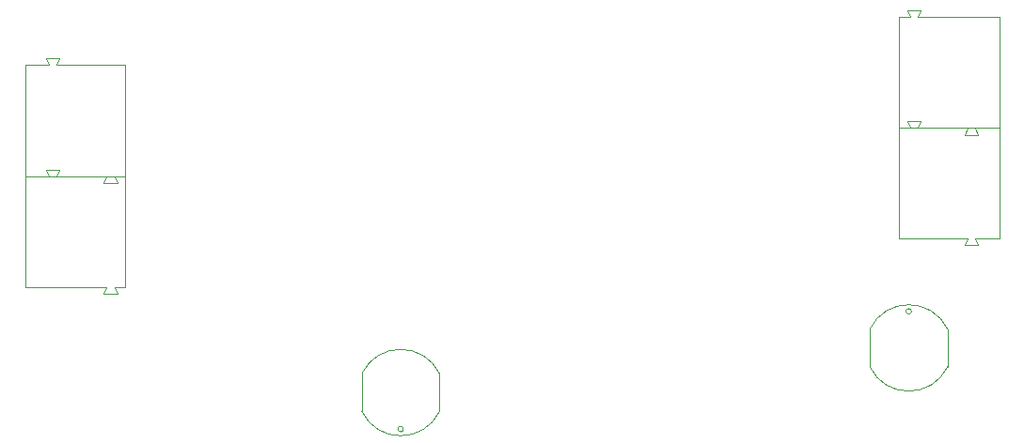
<source format=gbr>
%TF.GenerationSoftware,Altium Limited,Altium Designer,21.6.4 (81)*%
G04 Layer_Color=32768*
%FSLAX43Y43*%
%MOMM*%
%TF.SameCoordinates,3FCC9EDD-E33D-4AE7-AC82-89E58AA9E509*%
%TF.FilePolarity,Positive*%
%TF.FileFunction,Other,Top_Component_Outline*%
%TF.Part,Single*%
G01*
G75*
%TA.AperFunction,NonConductor*%
%ADD120C,0.100*%
D120*
X35581Y4844D02*
G03*
X35581Y4844I-250J0D01*
G01*
X38831Y9844D02*
G03*
X31831Y9844I-3500J-1684D01*
G01*
Y6444D02*
G03*
X38831Y6444I3500J1684D01*
G01*
X84577Y13867D02*
G03*
X77577Y13867I-3500J-1684D01*
G01*
Y10467D02*
G03*
X84577Y10467I3500J1684D01*
G01*
X81327Y15467D02*
G03*
X81327Y15467I-250J0D01*
G01*
X8600Y17071D02*
X8850Y17671D01*
X8600Y17071D02*
X9800D01*
X9550Y17671D02*
X9800Y17071D01*
X4350Y27671D02*
X4600Y28271D01*
X3400D02*
X3650Y27671D01*
X3400Y28271D02*
X4600D01*
X4350Y27671D02*
X10500D01*
X1500D02*
X3650D01*
X1500Y17671D02*
Y27671D01*
X10500Y17671D02*
Y27671D01*
X9550Y17671D02*
X10500D01*
X1500D02*
X8850D01*
X31831Y6444D02*
Y9844D01*
X38831Y6444D02*
Y9844D01*
X77577Y10467D02*
Y13867D01*
X84577Y10467D02*
Y13867D01*
X1500Y27675D02*
X8850D01*
X9550D02*
X10500D01*
Y37675D01*
X1500Y27675D02*
Y37675D01*
X3650D01*
X4350D02*
X10500D01*
X3400Y38275D02*
X4600D01*
X3400D02*
X3650Y37675D01*
X4350D02*
X4600Y38275D01*
X9550Y27675D02*
X9800Y27075D01*
X8600D02*
X9800D01*
X8600D02*
X8850Y27675D01*
X81885Y41997D02*
X82135Y42597D01*
X80935D02*
X82135D01*
X80935D02*
X81184Y41997D01*
X86134Y31397D02*
X86384Y31997D01*
X87085D02*
X87334Y31397D01*
X86134D02*
X87334D01*
X80234Y31997D02*
X86384D01*
X87084D02*
X89234D01*
Y41997D01*
X80234Y31997D02*
Y41997D01*
X81184D01*
X81884D02*
X89234D01*
X81885Y32015D02*
X82135Y32615D01*
X80935D02*
X82135D01*
X80935D02*
X81184Y32015D01*
X86134Y21415D02*
X86384Y22015D01*
X87085D02*
X87334Y21415D01*
X86134D02*
X87334D01*
X80234Y22015D02*
X86384D01*
X87084D02*
X89234D01*
Y32015D01*
X80234Y22015D02*
Y32015D01*
X81184D01*
X81884D02*
X89234D01*
%TF.MD5,ac4c1cf4a1c3cc0b26d59782683cfec4*%
M02*

</source>
